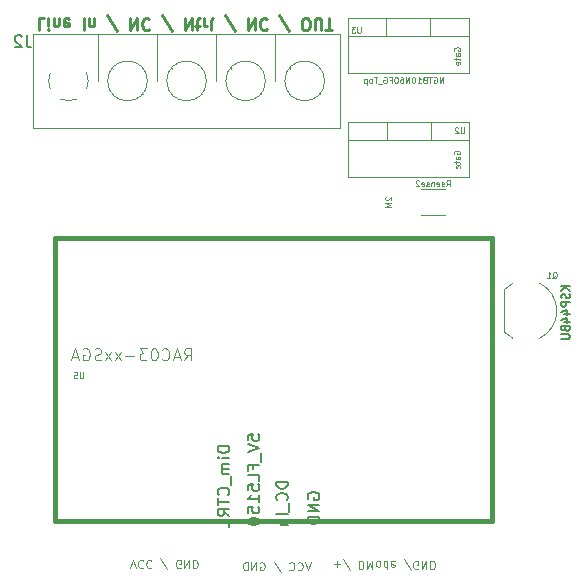
<source format=gbr>
G04 #@! TF.GenerationSoftware,KiCad,Pcbnew,(5.1.2)-2*
G04 #@! TF.CreationDate,2019-09-14T17:44:16+02:00*
G04 #@! TF.ProjectId,Inwall_Bot,496e7761-6c6c-45f4-926f-742e6b696361,rev?*
G04 #@! TF.SameCoordinates,Original*
G04 #@! TF.FileFunction,Legend,Bot*
G04 #@! TF.FilePolarity,Positive*
%FSLAX46Y46*%
G04 Gerber Fmt 4.6, Leading zero omitted, Abs format (unit mm)*
G04 Created by KiCad (PCBNEW (5.1.2)-2) date 2019-09-14 17:44:16*
%MOMM*%
%LPD*%
G04 APERTURE LIST*
%ADD10C,0.100000*%
%ADD11C,0.250000*%
%ADD12C,0.120000*%
%ADD13C,0.400000*%
%ADD14C,0.150000*%
%ADD15C,0.125000*%
G04 APERTURE END LIST*
D10*
X-66683333Y-72470000D02*
X-66150000Y-72470000D01*
X-66416666Y-72203333D02*
X-66416666Y-72736666D01*
X-65316666Y-72936666D02*
X-65916666Y-72036666D01*
X-64550000Y-72203333D02*
X-64550000Y-72903333D01*
X-64383333Y-72903333D01*
X-64283333Y-72870000D01*
X-64216666Y-72803333D01*
X-64183333Y-72736666D01*
X-64150000Y-72603333D01*
X-64150000Y-72503333D01*
X-64183333Y-72370000D01*
X-64216666Y-72303333D01*
X-64283333Y-72236666D01*
X-64383333Y-72203333D01*
X-64550000Y-72203333D01*
X-63850000Y-72203333D02*
X-63850000Y-72903333D01*
X-63616666Y-72403333D01*
X-63383333Y-72903333D01*
X-63383333Y-72203333D01*
X-62950000Y-72203333D02*
X-63016666Y-72236666D01*
X-63050000Y-72270000D01*
X-63083333Y-72336666D01*
X-63083333Y-72536666D01*
X-63050000Y-72603333D01*
X-63016666Y-72636666D01*
X-62950000Y-72670000D01*
X-62850000Y-72670000D01*
X-62783333Y-72636666D01*
X-62750000Y-72603333D01*
X-62716666Y-72536666D01*
X-62716666Y-72336666D01*
X-62750000Y-72270000D01*
X-62783333Y-72236666D01*
X-62850000Y-72203333D01*
X-62950000Y-72203333D01*
X-62116666Y-72203333D02*
X-62116666Y-72903333D01*
X-62116666Y-72236666D02*
X-62183333Y-72203333D01*
X-62316666Y-72203333D01*
X-62383333Y-72236666D01*
X-62416666Y-72270000D01*
X-62450000Y-72336666D01*
X-62450000Y-72536666D01*
X-62416666Y-72603333D01*
X-62383333Y-72636666D01*
X-62316666Y-72670000D01*
X-62183333Y-72670000D01*
X-62116666Y-72636666D01*
X-61516666Y-72236666D02*
X-61583333Y-72203333D01*
X-61716666Y-72203333D01*
X-61783333Y-72236666D01*
X-61816666Y-72303333D01*
X-61816666Y-72570000D01*
X-61783333Y-72636666D01*
X-61716666Y-72670000D01*
X-61583333Y-72670000D01*
X-61516666Y-72636666D01*
X-61483333Y-72570000D01*
X-61483333Y-72503333D01*
X-61816666Y-72436666D01*
X-60150000Y-72936666D02*
X-60750000Y-72036666D01*
X-59550000Y-72870000D02*
X-59616666Y-72903333D01*
X-59716666Y-72903333D01*
X-59816666Y-72870000D01*
X-59883333Y-72803333D01*
X-59916666Y-72736666D01*
X-59950000Y-72603333D01*
X-59950000Y-72503333D01*
X-59916666Y-72370000D01*
X-59883333Y-72303333D01*
X-59816666Y-72236666D01*
X-59716666Y-72203333D01*
X-59650000Y-72203333D01*
X-59550000Y-72236666D01*
X-59516666Y-72270000D01*
X-59516666Y-72503333D01*
X-59650000Y-72503333D01*
X-59216666Y-72203333D02*
X-59216666Y-72903333D01*
X-58816666Y-72203333D01*
X-58816666Y-72903333D01*
X-58483333Y-72203333D02*
X-58483333Y-72903333D01*
X-58316666Y-72903333D01*
X-58216666Y-72870000D01*
X-58150000Y-72803333D01*
X-58116666Y-72736666D01*
X-58083333Y-72603333D01*
X-58083333Y-72503333D01*
X-58116666Y-72370000D01*
X-58150000Y-72303333D01*
X-58216666Y-72236666D01*
X-58316666Y-72203333D01*
X-58483333Y-72203333D01*
X-83900000Y-72813333D02*
X-83666666Y-72113333D01*
X-83433333Y-72813333D01*
X-82800000Y-72180000D02*
X-82833333Y-72146666D01*
X-82933333Y-72113333D01*
X-83000000Y-72113333D01*
X-83100000Y-72146666D01*
X-83166666Y-72213333D01*
X-83200000Y-72280000D01*
X-83233333Y-72413333D01*
X-83233333Y-72513333D01*
X-83200000Y-72646666D01*
X-83166666Y-72713333D01*
X-83100000Y-72780000D01*
X-83000000Y-72813333D01*
X-82933333Y-72813333D01*
X-82833333Y-72780000D01*
X-82800000Y-72746666D01*
X-82100000Y-72180000D02*
X-82133333Y-72146666D01*
X-82233333Y-72113333D01*
X-82300000Y-72113333D01*
X-82400000Y-72146666D01*
X-82466666Y-72213333D01*
X-82500000Y-72280000D01*
X-82533333Y-72413333D01*
X-82533333Y-72513333D01*
X-82500000Y-72646666D01*
X-82466666Y-72713333D01*
X-82400000Y-72780000D01*
X-82300000Y-72813333D01*
X-82233333Y-72813333D01*
X-82133333Y-72780000D01*
X-82100000Y-72746666D01*
X-80766666Y-72846666D02*
X-81366666Y-71946666D01*
X-79633333Y-72780000D02*
X-79700000Y-72813333D01*
X-79800000Y-72813333D01*
X-79900000Y-72780000D01*
X-79966666Y-72713333D01*
X-80000000Y-72646666D01*
X-80033333Y-72513333D01*
X-80033333Y-72413333D01*
X-80000000Y-72280000D01*
X-79966666Y-72213333D01*
X-79900000Y-72146666D01*
X-79800000Y-72113333D01*
X-79733333Y-72113333D01*
X-79633333Y-72146666D01*
X-79600000Y-72180000D01*
X-79600000Y-72413333D01*
X-79733333Y-72413333D01*
X-79300000Y-72113333D02*
X-79300000Y-72813333D01*
X-78900000Y-72113333D01*
X-78900000Y-72813333D01*
X-78566666Y-72113333D02*
X-78566666Y-72813333D01*
X-78400000Y-72813333D01*
X-78300000Y-72780000D01*
X-78233333Y-72713333D01*
X-78200000Y-72646666D01*
X-78166666Y-72513333D01*
X-78166666Y-72413333D01*
X-78200000Y-72280000D01*
X-78233333Y-72213333D01*
X-78300000Y-72146666D01*
X-78400000Y-72113333D01*
X-78566666Y-72113333D01*
X-68630000Y-72296666D02*
X-68863333Y-72996666D01*
X-69096666Y-72296666D01*
X-69730000Y-72930000D02*
X-69696666Y-72963333D01*
X-69596666Y-72996666D01*
X-69530000Y-72996666D01*
X-69430000Y-72963333D01*
X-69363333Y-72896666D01*
X-69330000Y-72830000D01*
X-69296666Y-72696666D01*
X-69296666Y-72596666D01*
X-69330000Y-72463333D01*
X-69363333Y-72396666D01*
X-69430000Y-72330000D01*
X-69530000Y-72296666D01*
X-69596666Y-72296666D01*
X-69696666Y-72330000D01*
X-69730000Y-72363333D01*
X-70430000Y-72930000D02*
X-70396666Y-72963333D01*
X-70296666Y-72996666D01*
X-70230000Y-72996666D01*
X-70130000Y-72963333D01*
X-70063333Y-72896666D01*
X-70030000Y-72830000D01*
X-69996666Y-72696666D01*
X-69996666Y-72596666D01*
X-70030000Y-72463333D01*
X-70063333Y-72396666D01*
X-70130000Y-72330000D01*
X-70230000Y-72296666D01*
X-70296666Y-72296666D01*
X-70396666Y-72330000D01*
X-70430000Y-72363333D01*
X-71763333Y-72263333D02*
X-71163333Y-73163333D01*
X-72896666Y-72330000D02*
X-72830000Y-72296666D01*
X-72730000Y-72296666D01*
X-72630000Y-72330000D01*
X-72563333Y-72396666D01*
X-72530000Y-72463333D01*
X-72496666Y-72596666D01*
X-72496666Y-72696666D01*
X-72530000Y-72830000D01*
X-72563333Y-72896666D01*
X-72630000Y-72963333D01*
X-72730000Y-72996666D01*
X-72796666Y-72996666D01*
X-72896666Y-72963333D01*
X-72930000Y-72930000D01*
X-72930000Y-72696666D01*
X-72796666Y-72696666D01*
X-73230000Y-72996666D02*
X-73230000Y-72296666D01*
X-73630000Y-72996666D01*
X-73630000Y-72296666D01*
X-73963333Y-72996666D02*
X-73963333Y-72296666D01*
X-74130000Y-72296666D01*
X-74230000Y-72330000D01*
X-74296666Y-72396666D01*
X-74330000Y-72463333D01*
X-74363333Y-72596666D01*
X-74363333Y-72696666D01*
X-74330000Y-72830000D01*
X-74296666Y-72896666D01*
X-74230000Y-72963333D01*
X-74130000Y-72996666D01*
X-73963333Y-72996666D01*
D11*
X-91180952Y-26247619D02*
X-91657142Y-26247619D01*
X-91657142Y-27247619D01*
X-90847619Y-26247619D02*
X-90847619Y-26914285D01*
X-90847619Y-27247619D02*
X-90895238Y-27200000D01*
X-90847619Y-27152380D01*
X-90800000Y-27200000D01*
X-90847619Y-27247619D01*
X-90847619Y-27152380D01*
X-90371428Y-26914285D02*
X-90371428Y-26247619D01*
X-90371428Y-26819047D02*
X-90323809Y-26866666D01*
X-90228571Y-26914285D01*
X-90085714Y-26914285D01*
X-89990476Y-26866666D01*
X-89942857Y-26771428D01*
X-89942857Y-26247619D01*
X-89085714Y-26295238D02*
X-89180952Y-26247619D01*
X-89371428Y-26247619D01*
X-89466666Y-26295238D01*
X-89514285Y-26390476D01*
X-89514285Y-26771428D01*
X-89466666Y-26866666D01*
X-89371428Y-26914285D01*
X-89180952Y-26914285D01*
X-89085714Y-26866666D01*
X-89038095Y-26771428D01*
X-89038095Y-26676190D01*
X-89514285Y-26580952D01*
X-87847619Y-26247619D02*
X-87847619Y-27247619D01*
X-87371428Y-26914285D02*
X-87371428Y-26247619D01*
X-87371428Y-26819047D02*
X-87323809Y-26866666D01*
X-87228571Y-26914285D01*
X-87085714Y-26914285D01*
X-86990476Y-26866666D01*
X-86942857Y-26771428D01*
X-86942857Y-26247619D01*
X-84990476Y-27295238D02*
X-85847619Y-26009523D01*
X-83895238Y-26247619D02*
X-83895238Y-27247619D01*
X-83323809Y-26247619D01*
X-83323809Y-27247619D01*
X-82276190Y-26342857D02*
X-82323809Y-26295238D01*
X-82466666Y-26247619D01*
X-82561904Y-26247619D01*
X-82704761Y-26295238D01*
X-82800000Y-26390476D01*
X-82847619Y-26485714D01*
X-82895238Y-26676190D01*
X-82895238Y-26819047D01*
X-82847619Y-27009523D01*
X-82800000Y-27104761D01*
X-82704761Y-27200000D01*
X-82561904Y-27247619D01*
X-82466666Y-27247619D01*
X-82323809Y-27200000D01*
X-82276190Y-27152380D01*
X-80371428Y-27295238D02*
X-81228571Y-26009523D01*
X-79276190Y-26247619D02*
X-79276190Y-27247619D01*
X-78704761Y-26247619D01*
X-78704761Y-27247619D01*
X-78371428Y-26914285D02*
X-77990476Y-26914285D01*
X-78228571Y-27247619D02*
X-78228571Y-26390476D01*
X-78180952Y-26295238D01*
X-78085714Y-26247619D01*
X-77990476Y-26247619D01*
X-77657142Y-26247619D02*
X-77657142Y-26914285D01*
X-77657142Y-26723809D02*
X-77609523Y-26819047D01*
X-77561904Y-26866666D01*
X-77466666Y-26914285D01*
X-77371428Y-26914285D01*
X-76895238Y-26247619D02*
X-76990476Y-26295238D01*
X-77038095Y-26390476D01*
X-77038095Y-27247619D01*
X-75038095Y-27295238D02*
X-75895238Y-26009523D01*
X-73942857Y-26247619D02*
X-73942857Y-27247619D01*
X-73371428Y-26247619D01*
X-73371428Y-27247619D01*
X-72323809Y-26342857D02*
X-72371428Y-26295238D01*
X-72514285Y-26247619D01*
X-72609523Y-26247619D01*
X-72752380Y-26295238D01*
X-72847619Y-26390476D01*
X-72895238Y-26485714D01*
X-72942857Y-26676190D01*
X-72942857Y-26819047D01*
X-72895238Y-27009523D01*
X-72847619Y-27104761D01*
X-72752380Y-27200000D01*
X-72609523Y-27247619D01*
X-72514285Y-27247619D01*
X-72371428Y-27200000D01*
X-72323809Y-27152380D01*
X-70419047Y-27295238D02*
X-71276190Y-26009523D01*
X-69133333Y-27247619D02*
X-68942857Y-27247619D01*
X-68847619Y-27200000D01*
X-68752380Y-27104761D01*
X-68704761Y-26914285D01*
X-68704761Y-26580952D01*
X-68752380Y-26390476D01*
X-68847619Y-26295238D01*
X-68942857Y-26247619D01*
X-69133333Y-26247619D01*
X-69228571Y-26295238D01*
X-69323809Y-26390476D01*
X-69371428Y-26580952D01*
X-69371428Y-26914285D01*
X-69323809Y-27104761D01*
X-69228571Y-27200000D01*
X-69133333Y-27247619D01*
X-68276190Y-27247619D02*
X-68276190Y-26438095D01*
X-68228571Y-26342857D01*
X-68180952Y-26295238D01*
X-68085714Y-26247619D01*
X-67895238Y-26247619D01*
X-67800000Y-26295238D01*
X-67752380Y-26342857D01*
X-67704761Y-26438095D01*
X-67704761Y-27247619D01*
X-67371428Y-27247619D02*
X-66800000Y-27247619D01*
X-67085714Y-26247619D02*
X-67085714Y-27247619D01*
D10*
X-56440000Y-28987619D02*
X-56463809Y-28940000D01*
X-56463809Y-28868571D01*
X-56440000Y-28797142D01*
X-56392380Y-28749523D01*
X-56344761Y-28725714D01*
X-56249523Y-28701904D01*
X-56178095Y-28701904D01*
X-56082857Y-28725714D01*
X-56035238Y-28749523D01*
X-55987619Y-28797142D01*
X-55963809Y-28868571D01*
X-55963809Y-28916190D01*
X-55987619Y-28987619D01*
X-56011428Y-29011428D01*
X-56178095Y-29011428D01*
X-56178095Y-28916190D01*
X-55963809Y-29440000D02*
X-56225714Y-29440000D01*
X-56273333Y-29416190D01*
X-56297142Y-29368571D01*
X-56297142Y-29273333D01*
X-56273333Y-29225714D01*
X-55987619Y-29440000D02*
X-55963809Y-29392380D01*
X-55963809Y-29273333D01*
X-55987619Y-29225714D01*
X-56035238Y-29201904D01*
X-56082857Y-29201904D01*
X-56130476Y-29225714D01*
X-56154285Y-29273333D01*
X-56154285Y-29392380D01*
X-56178095Y-29440000D01*
X-56297142Y-29606666D02*
X-56297142Y-29797142D01*
X-56463809Y-29678095D02*
X-56035238Y-29678095D01*
X-55987619Y-29701904D01*
X-55963809Y-29749523D01*
X-55963809Y-29797142D01*
X-55987619Y-30154285D02*
X-55963809Y-30106666D01*
X-55963809Y-30011428D01*
X-55987619Y-29963809D01*
X-56035238Y-29940000D01*
X-56225714Y-29940000D01*
X-56273333Y-29963809D01*
X-56297142Y-30011428D01*
X-56297142Y-30106666D01*
X-56273333Y-30154285D01*
X-56225714Y-30178095D01*
X-56178095Y-30178095D01*
X-56130476Y-29940000D01*
X-56450000Y-37747619D02*
X-56473809Y-37700000D01*
X-56473809Y-37628571D01*
X-56450000Y-37557142D01*
X-56402380Y-37509523D01*
X-56354761Y-37485714D01*
X-56259523Y-37461904D01*
X-56188095Y-37461904D01*
X-56092857Y-37485714D01*
X-56045238Y-37509523D01*
X-55997619Y-37557142D01*
X-55973809Y-37628571D01*
X-55973809Y-37676190D01*
X-55997619Y-37747619D01*
X-56021428Y-37771428D01*
X-56188095Y-37771428D01*
X-56188095Y-37676190D01*
X-55973809Y-38200000D02*
X-56235714Y-38200000D01*
X-56283333Y-38176190D01*
X-56307142Y-38128571D01*
X-56307142Y-38033333D01*
X-56283333Y-37985714D01*
X-55997619Y-38200000D02*
X-55973809Y-38152380D01*
X-55973809Y-38033333D01*
X-55997619Y-37985714D01*
X-56045238Y-37961904D01*
X-56092857Y-37961904D01*
X-56140476Y-37985714D01*
X-56164285Y-38033333D01*
X-56164285Y-38152380D01*
X-56188095Y-38200000D01*
X-56307142Y-38366666D02*
X-56307142Y-38557142D01*
X-56473809Y-38438095D02*
X-56045238Y-38438095D01*
X-55997619Y-38461904D01*
X-55973809Y-38509523D01*
X-55973809Y-38557142D01*
X-55997619Y-38914285D02*
X-55973809Y-38866666D01*
X-55973809Y-38771428D01*
X-55997619Y-38723809D01*
X-56045238Y-38700000D01*
X-56235714Y-38700000D01*
X-56283333Y-38723809D01*
X-56307142Y-38771428D01*
X-56307142Y-38866666D01*
X-56283333Y-38914285D01*
X-56235714Y-38938095D01*
X-56188095Y-38938095D01*
X-56140476Y-38700000D01*
D12*
X-66125000Y-27550000D02*
X-66125000Y-31550000D01*
X-71625000Y-31550000D02*
X-71625000Y-27550000D01*
X-76625000Y-31550000D02*
X-76625000Y-27550000D01*
X-81625000Y-31550000D02*
X-81625000Y-27550000D01*
X-86625000Y-31550000D02*
X-86625000Y-27550000D01*
X-66125000Y-27550000D02*
X-92125000Y-27550000D01*
X-66125000Y-35550000D02*
X-66125000Y-27550000D01*
X-92125000Y-35550000D02*
X-66125000Y-35550000D01*
X-66125000Y-31550000D02*
X-66125000Y-35550000D01*
X-66125000Y-27550000D02*
X-66125000Y-31550000D01*
X-92125000Y-27550000D02*
X-92125000Y-31550000D01*
X-92125000Y-31550000D02*
X-92125000Y-35550000D01*
X-70352000Y-30527000D02*
X-70399000Y-30481000D01*
X-68055000Y-32825000D02*
X-68090000Y-32789000D01*
X-67850000Y-32619000D02*
X-67897000Y-32573000D01*
X-75352000Y-30527000D02*
X-75399000Y-30481000D01*
X-73055000Y-32825000D02*
X-73090000Y-32789000D01*
X-72850000Y-32619000D02*
X-72897000Y-32573000D01*
X-80352000Y-30527000D02*
X-80399000Y-30481000D01*
X-78055000Y-32825000D02*
X-78090000Y-32789000D01*
X-77850000Y-32619000D02*
X-77897000Y-32573000D01*
X-85352000Y-30527000D02*
X-85399000Y-30481000D01*
X-83055000Y-32825000D02*
X-83090000Y-32789000D01*
X-82850000Y-32619000D02*
X-82897000Y-32573000D01*
X-67445000Y-31550000D02*
G75*
G03X-67445000Y-31550000I-1680000J0D01*
G01*
X-72445000Y-31550000D02*
G75*
G03X-72445000Y-31550000I-1680000J0D01*
G01*
X-77445000Y-31550000D02*
G75*
G03X-77445000Y-31550000I-1680000J0D01*
G01*
X-82445000Y-31550000D02*
G75*
G03X-82445000Y-31550000I-1680000J0D01*
G01*
X-90660426Y-30866958D02*
G75*
G03X-90660000Y-32234000I1535426J-683042D01*
G01*
X-89808042Y-33085426D02*
G75*
G03X-88441000Y-33085000I683042J1535426D01*
G01*
X-87589574Y-32233042D02*
G75*
G03X-87590000Y-30866000I-1535426J683042D01*
G01*
D13*
X-53225000Y-68850000D02*
X-90225000Y-68850000D01*
X-53225000Y-44850000D02*
X-53225000Y-68850000D01*
X-90225000Y-44850000D02*
X-53225000Y-44850000D01*
X-90225000Y-68850000D02*
X-90225000Y-44850000D01*
D12*
X-62166000Y-35030000D02*
X-62166000Y-36540000D01*
X-58465000Y-35030000D02*
X-58465000Y-36540000D01*
X-55195000Y-36540000D02*
X-65435000Y-36540000D01*
X-65435000Y-35030000D02*
X-65435000Y-39671000D01*
X-55195000Y-35030000D02*
X-55195000Y-39671000D01*
X-55195000Y-39671000D02*
X-65435000Y-39671000D01*
X-55195000Y-35030000D02*
X-65435000Y-35030000D01*
X-57275000Y-40730000D02*
X-59275000Y-40730000D01*
X-59275000Y-42870000D02*
X-57275000Y-42870000D01*
X-55245000Y-26230000D02*
X-65485000Y-26230000D01*
X-55245000Y-30871000D02*
X-65485000Y-30871000D01*
X-55245000Y-26230000D02*
X-55245000Y-30871000D01*
X-65485000Y-26230000D02*
X-65485000Y-30871000D01*
X-55245000Y-27740000D02*
X-65485000Y-27740000D01*
X-58515000Y-26230000D02*
X-58515000Y-27740000D01*
X-62216000Y-26230000D02*
X-62216000Y-27740000D01*
X-52225000Y-52810000D02*
X-52225000Y-49210000D01*
X-51497795Y-53334184D02*
G75*
G02X-52225000Y-52810000I1122795J2324184D01*
G01*
X-49276193Y-53366400D02*
G75*
G03X-47775000Y-51010000I-1098807J2356400D01*
G01*
X-49276193Y-48653600D02*
G75*
G02X-47775000Y-51010000I-1098807J-2356400D01*
G01*
X-51497795Y-48685816D02*
G75*
G03X-52225000Y-49210000I1122795J-2324184D01*
G01*
D14*
X-92666666Y-27702380D02*
X-92666666Y-28416666D01*
X-92619047Y-28559523D01*
X-92523809Y-28654761D01*
X-92380952Y-28702380D01*
X-92285714Y-28702380D01*
X-93095238Y-27797619D02*
X-93142857Y-27750000D01*
X-93238095Y-27702380D01*
X-93476190Y-27702380D01*
X-93571428Y-27750000D01*
X-93619047Y-27797619D01*
X-93666666Y-27892857D01*
X-93666666Y-27988095D01*
X-93619047Y-28130952D01*
X-93047619Y-28702380D01*
X-93666666Y-28702380D01*
X-70539619Y-65491666D02*
X-71539619Y-65491666D01*
X-71539619Y-65729761D01*
X-71492000Y-65872619D01*
X-71396761Y-65967857D01*
X-71301523Y-66015476D01*
X-71111047Y-66063095D01*
X-70968190Y-66063095D01*
X-70777714Y-66015476D01*
X-70682476Y-65967857D01*
X-70587238Y-65872619D01*
X-70539619Y-65729761D01*
X-70539619Y-65491666D01*
X-70634857Y-67063095D02*
X-70587238Y-67015476D01*
X-70539619Y-66872619D01*
X-70539619Y-66777380D01*
X-70587238Y-66634523D01*
X-70682476Y-66539285D01*
X-70777714Y-66491666D01*
X-70968190Y-66444047D01*
X-71111047Y-66444047D01*
X-71301523Y-66491666D01*
X-71396761Y-66539285D01*
X-71492000Y-66634523D01*
X-71539619Y-66777380D01*
X-71539619Y-66872619D01*
X-71492000Y-67015476D01*
X-71444380Y-67063095D01*
X-70444380Y-67253571D02*
X-70444380Y-68015476D01*
X-70539619Y-68253571D02*
X-71539619Y-68253571D01*
X-71206285Y-68729761D02*
X-70539619Y-68729761D01*
X-71111047Y-68729761D02*
X-71158666Y-68777380D01*
X-71206285Y-68872619D01*
X-71206285Y-69015476D01*
X-71158666Y-69110714D01*
X-71063428Y-69158333D01*
X-70539619Y-69158333D01*
X-75492619Y-62467666D02*
X-76492619Y-62467666D01*
X-76492619Y-62705761D01*
X-76445000Y-62848619D01*
X-76349761Y-62943857D01*
X-76254523Y-62991476D01*
X-76064047Y-63039095D01*
X-75921190Y-63039095D01*
X-75730714Y-62991476D01*
X-75635476Y-62943857D01*
X-75540238Y-62848619D01*
X-75492619Y-62705761D01*
X-75492619Y-62467666D01*
X-75492619Y-63467666D02*
X-76159285Y-63467666D01*
X-76492619Y-63467666D02*
X-76445000Y-63420047D01*
X-76397380Y-63467666D01*
X-76445000Y-63515285D01*
X-76492619Y-63467666D01*
X-76397380Y-63467666D01*
X-75492619Y-63943857D02*
X-76159285Y-63943857D01*
X-76064047Y-63943857D02*
X-76111666Y-63991476D01*
X-76159285Y-64086714D01*
X-76159285Y-64229571D01*
X-76111666Y-64324809D01*
X-76016428Y-64372428D01*
X-75492619Y-64372428D01*
X-76016428Y-64372428D02*
X-76111666Y-64420047D01*
X-76159285Y-64515285D01*
X-76159285Y-64658142D01*
X-76111666Y-64753380D01*
X-76016428Y-64801000D01*
X-75492619Y-64801000D01*
X-75397380Y-65039095D02*
X-75397380Y-65801000D01*
X-75587857Y-66610523D02*
X-75540238Y-66562904D01*
X-75492619Y-66420047D01*
X-75492619Y-66324809D01*
X-75540238Y-66181952D01*
X-75635476Y-66086714D01*
X-75730714Y-66039095D01*
X-75921190Y-65991476D01*
X-76064047Y-65991476D01*
X-76254523Y-66039095D01*
X-76349761Y-66086714D01*
X-76445000Y-66181952D01*
X-76492619Y-66324809D01*
X-76492619Y-66420047D01*
X-76445000Y-66562904D01*
X-76397380Y-66610523D01*
X-76492619Y-66896238D02*
X-76492619Y-67467666D01*
X-75492619Y-67181952D02*
X-76492619Y-67181952D01*
X-75492619Y-68372428D02*
X-75968809Y-68039095D01*
X-75492619Y-67801000D02*
X-76492619Y-67801000D01*
X-76492619Y-68181952D01*
X-76445000Y-68277190D01*
X-76397380Y-68324809D01*
X-76302142Y-68372428D01*
X-76159285Y-68372428D01*
X-76064047Y-68324809D01*
X-76016428Y-68277190D01*
X-75968809Y-68181952D01*
X-75968809Y-67801000D01*
X-75492619Y-69277190D02*
X-75492619Y-68801000D01*
X-76492619Y-68801000D01*
X-73952619Y-61983476D02*
X-73952619Y-61507285D01*
X-73476428Y-61459666D01*
X-73524047Y-61507285D01*
X-73571666Y-61602523D01*
X-73571666Y-61840619D01*
X-73524047Y-61935857D01*
X-73476428Y-61983476D01*
X-73381190Y-62031095D01*
X-73143095Y-62031095D01*
X-73047857Y-61983476D01*
X-73000238Y-61935857D01*
X-72952619Y-61840619D01*
X-72952619Y-61602523D01*
X-73000238Y-61507285D01*
X-73047857Y-61459666D01*
X-73952619Y-62316809D02*
X-72952619Y-62650142D01*
X-73952619Y-62983476D01*
X-72857380Y-63078714D02*
X-72857380Y-63840619D01*
X-73476428Y-64412047D02*
X-73476428Y-64078714D01*
X-72952619Y-64078714D02*
X-73952619Y-64078714D01*
X-73952619Y-64554904D01*
X-72952619Y-65412047D02*
X-72952619Y-64935857D01*
X-73952619Y-64935857D01*
X-73952619Y-66221571D02*
X-73952619Y-65745380D01*
X-73476428Y-65697761D01*
X-73524047Y-65745380D01*
X-73571666Y-65840619D01*
X-73571666Y-66078714D01*
X-73524047Y-66173952D01*
X-73476428Y-66221571D01*
X-73381190Y-66269190D01*
X-73143095Y-66269190D01*
X-73047857Y-66221571D01*
X-73000238Y-66173952D01*
X-72952619Y-66078714D01*
X-72952619Y-65840619D01*
X-73000238Y-65745380D01*
X-73047857Y-65697761D01*
X-72952619Y-67221571D02*
X-72952619Y-66650142D01*
X-72952619Y-66935857D02*
X-73952619Y-66935857D01*
X-73809761Y-66840619D01*
X-73714523Y-66745380D01*
X-73666904Y-66650142D01*
X-73952619Y-68126333D02*
X-73952619Y-67650142D01*
X-73476428Y-67602523D01*
X-73524047Y-67650142D01*
X-73571666Y-67745380D01*
X-73571666Y-67983476D01*
X-73524047Y-68078714D01*
X-73476428Y-68126333D01*
X-73381190Y-68173952D01*
X-73143095Y-68173952D01*
X-73047857Y-68126333D01*
X-73000238Y-68078714D01*
X-72952619Y-67983476D01*
X-72952619Y-67745380D01*
X-73000238Y-67650142D01*
X-73047857Y-67602523D01*
X-73952619Y-68793000D02*
X-73952619Y-68888238D01*
X-73905000Y-68983476D01*
X-73857380Y-69031095D01*
X-73762142Y-69078714D01*
X-73571666Y-69126333D01*
X-73333571Y-69126333D01*
X-73143095Y-69078714D01*
X-73047857Y-69031095D01*
X-73000238Y-68983476D01*
X-72952619Y-68888238D01*
X-72952619Y-68793000D01*
X-73000238Y-68697761D01*
X-73047857Y-68650142D01*
X-73143095Y-68602523D01*
X-73333571Y-68554904D01*
X-73571666Y-68554904D01*
X-73762142Y-68602523D01*
X-73857380Y-68650142D01*
X-73905000Y-68697761D01*
X-73952619Y-68793000D01*
X-68825000Y-66944095D02*
X-68872619Y-66848857D01*
X-68872619Y-66706000D01*
X-68825000Y-66563142D01*
X-68729761Y-66467904D01*
X-68634523Y-66420285D01*
X-68444047Y-66372666D01*
X-68301190Y-66372666D01*
X-68110714Y-66420285D01*
X-68015476Y-66467904D01*
X-67920238Y-66563142D01*
X-67872619Y-66706000D01*
X-67872619Y-66801238D01*
X-67920238Y-66944095D01*
X-67967857Y-66991714D01*
X-68301190Y-66991714D01*
X-68301190Y-66801238D01*
X-67872619Y-67420285D02*
X-68872619Y-67420285D01*
X-67872619Y-67991714D01*
X-68872619Y-67991714D01*
X-67872619Y-68467904D02*
X-68872619Y-68467904D01*
X-68872619Y-68706000D01*
X-68825000Y-68848857D01*
X-68729761Y-68944095D01*
X-68634523Y-68991714D01*
X-68444047Y-69039333D01*
X-68301190Y-69039333D01*
X-68110714Y-68991714D01*
X-68015476Y-68944095D01*
X-67920238Y-68848857D01*
X-67872619Y-68706000D01*
X-67872619Y-68467904D01*
D10*
X-87869047Y-56226190D02*
X-87869047Y-56630952D01*
X-87892857Y-56678571D01*
X-87916666Y-56702380D01*
X-87964285Y-56726190D01*
X-88059523Y-56726190D01*
X-88107142Y-56702380D01*
X-88130952Y-56678571D01*
X-88154761Y-56630952D01*
X-88154761Y-56226190D01*
X-88630952Y-56226190D02*
X-88392857Y-56226190D01*
X-88369047Y-56464285D01*
X-88392857Y-56440476D01*
X-88440476Y-56416666D01*
X-88559523Y-56416666D01*
X-88607142Y-56440476D01*
X-88630952Y-56464285D01*
X-88654761Y-56511904D01*
X-88654761Y-56630952D01*
X-88630952Y-56678571D01*
X-88607142Y-56702380D01*
X-88559523Y-56726190D01*
X-88440476Y-56726190D01*
X-88392857Y-56702380D01*
X-88369047Y-56678571D01*
X-79345238Y-55202380D02*
X-79011904Y-54726190D01*
X-78773809Y-55202380D02*
X-78773809Y-54202380D01*
X-79154761Y-54202380D01*
X-79250000Y-54250000D01*
X-79297619Y-54297619D01*
X-79345238Y-54392857D01*
X-79345238Y-54535714D01*
X-79297619Y-54630952D01*
X-79250000Y-54678571D01*
X-79154761Y-54726190D01*
X-78773809Y-54726190D01*
X-79726190Y-54916666D02*
X-80202380Y-54916666D01*
X-79630952Y-55202380D02*
X-79964285Y-54202380D01*
X-80297619Y-55202380D01*
X-81202380Y-55107142D02*
X-81154761Y-55154761D01*
X-81011904Y-55202380D01*
X-80916666Y-55202380D01*
X-80773809Y-55154761D01*
X-80678571Y-55059523D01*
X-80630952Y-54964285D01*
X-80583333Y-54773809D01*
X-80583333Y-54630952D01*
X-80630952Y-54440476D01*
X-80678571Y-54345238D01*
X-80773809Y-54250000D01*
X-80916666Y-54202380D01*
X-81011904Y-54202380D01*
X-81154761Y-54250000D01*
X-81202380Y-54297619D01*
X-81821428Y-54202380D02*
X-81916666Y-54202380D01*
X-82011904Y-54250000D01*
X-82059523Y-54297619D01*
X-82107142Y-54392857D01*
X-82154761Y-54583333D01*
X-82154761Y-54821428D01*
X-82107142Y-55011904D01*
X-82059523Y-55107142D01*
X-82011904Y-55154761D01*
X-81916666Y-55202380D01*
X-81821428Y-55202380D01*
X-81726190Y-55154761D01*
X-81678571Y-55107142D01*
X-81630952Y-55011904D01*
X-81583333Y-54821428D01*
X-81583333Y-54583333D01*
X-81630952Y-54392857D01*
X-81678571Y-54297619D01*
X-81726190Y-54250000D01*
X-81821428Y-54202380D01*
X-82488095Y-54202380D02*
X-83107142Y-54202380D01*
X-82773809Y-54583333D01*
X-82916666Y-54583333D01*
X-83011904Y-54630952D01*
X-83059523Y-54678571D01*
X-83107142Y-54773809D01*
X-83107142Y-55011904D01*
X-83059523Y-55107142D01*
X-83011904Y-55154761D01*
X-82916666Y-55202380D01*
X-82630952Y-55202380D01*
X-82535714Y-55154761D01*
X-82488095Y-55107142D01*
X-83535714Y-54821428D02*
X-84297619Y-54821428D01*
X-84678571Y-55202380D02*
X-85202380Y-54535714D01*
X-84678571Y-54535714D02*
X-85202380Y-55202380D01*
X-85488095Y-55202380D02*
X-86011904Y-54535714D01*
X-85488095Y-54535714D02*
X-86011904Y-55202380D01*
X-86345238Y-55154761D02*
X-86488095Y-55202380D01*
X-86726190Y-55202380D01*
X-86821428Y-55154761D01*
X-86869047Y-55107142D01*
X-86916666Y-55011904D01*
X-86916666Y-54916666D01*
X-86869047Y-54821428D01*
X-86821428Y-54773809D01*
X-86726190Y-54726190D01*
X-86535714Y-54678571D01*
X-86440476Y-54630952D01*
X-86392857Y-54583333D01*
X-86345238Y-54488095D01*
X-86345238Y-54392857D01*
X-86392857Y-54297619D01*
X-86440476Y-54250000D01*
X-86535714Y-54202380D01*
X-86773809Y-54202380D01*
X-86916666Y-54250000D01*
X-87869047Y-54250000D02*
X-87773809Y-54202380D01*
X-87630952Y-54202380D01*
X-87488095Y-54250000D01*
X-87392857Y-54345238D01*
X-87345238Y-54440476D01*
X-87297619Y-54630952D01*
X-87297619Y-54773809D01*
X-87345238Y-54964285D01*
X-87392857Y-55059523D01*
X-87488095Y-55154761D01*
X-87630952Y-55202380D01*
X-87726190Y-55202380D01*
X-87869047Y-55154761D01*
X-87916666Y-55107142D01*
X-87916666Y-54773809D01*
X-87726190Y-54773809D01*
X-88297619Y-54916666D02*
X-88773809Y-54916666D01*
X-88202380Y-55202380D02*
X-88535714Y-54202380D01*
X-88869047Y-55202380D01*
X-55619047Y-35476190D02*
X-55619047Y-35880952D01*
X-55642857Y-35928571D01*
X-55666666Y-35952380D01*
X-55714285Y-35976190D01*
X-55809523Y-35976190D01*
X-55857142Y-35952380D01*
X-55880952Y-35928571D01*
X-55904761Y-35880952D01*
X-55904761Y-35476190D01*
X-56119047Y-35523809D02*
X-56142857Y-35500000D01*
X-56190476Y-35476190D01*
X-56309523Y-35476190D01*
X-56357142Y-35500000D01*
X-56380952Y-35523809D01*
X-56404761Y-35571428D01*
X-56404761Y-35619047D01*
X-56380952Y-35690476D01*
X-56095238Y-35976190D01*
X-56404761Y-35976190D01*
X-57404761Y-31726190D02*
X-57404761Y-31226190D01*
X-57690476Y-31726190D01*
X-57690476Y-31226190D01*
X-58190476Y-31250000D02*
X-58142857Y-31226190D01*
X-58071428Y-31226190D01*
X-58000000Y-31250000D01*
X-57952380Y-31297619D01*
X-57928571Y-31345238D01*
X-57904761Y-31440476D01*
X-57904761Y-31511904D01*
X-57928571Y-31607142D01*
X-57952380Y-31654761D01*
X-58000000Y-31702380D01*
X-58071428Y-31726190D01*
X-58119047Y-31726190D01*
X-58190476Y-31702380D01*
X-58214285Y-31678571D01*
X-58214285Y-31511904D01*
X-58119047Y-31511904D01*
X-58357142Y-31226190D02*
X-58642857Y-31226190D01*
X-58500000Y-31726190D02*
X-58500000Y-31226190D01*
X-58976190Y-31464285D02*
X-59047619Y-31488095D01*
X-59071428Y-31511904D01*
X-59095238Y-31559523D01*
X-59095238Y-31630952D01*
X-59071428Y-31678571D01*
X-59047619Y-31702380D01*
X-59000000Y-31726190D01*
X-58809523Y-31726190D01*
X-58809523Y-31226190D01*
X-58976190Y-31226190D01*
X-59023809Y-31250000D01*
X-59047619Y-31273809D01*
X-59071428Y-31321428D01*
X-59071428Y-31369047D01*
X-59047619Y-31416666D01*
X-59023809Y-31440476D01*
X-58976190Y-31464285D01*
X-58809523Y-31464285D01*
X-59571428Y-31726190D02*
X-59285714Y-31726190D01*
X-59428571Y-31726190D02*
X-59428571Y-31226190D01*
X-59380952Y-31297619D01*
X-59333333Y-31345238D01*
X-59285714Y-31369047D01*
X-59880952Y-31226190D02*
X-59928571Y-31226190D01*
X-59976190Y-31250000D01*
X-60000000Y-31273809D01*
X-60023809Y-31321428D01*
X-60047619Y-31416666D01*
X-60047619Y-31535714D01*
X-60023809Y-31630952D01*
X-60000000Y-31678571D01*
X-59976190Y-31702380D01*
X-59928571Y-31726190D01*
X-59880952Y-31726190D01*
X-59833333Y-31702380D01*
X-59809523Y-31678571D01*
X-59785714Y-31630952D01*
X-59761904Y-31535714D01*
X-59761904Y-31416666D01*
X-59785714Y-31321428D01*
X-59809523Y-31273809D01*
X-59833333Y-31250000D01*
X-59880952Y-31226190D01*
X-60261904Y-31726190D02*
X-60261904Y-31226190D01*
X-60547619Y-31726190D01*
X-60547619Y-31226190D01*
X-61000000Y-31226190D02*
X-60904761Y-31226190D01*
X-60857142Y-31250000D01*
X-60833333Y-31273809D01*
X-60785714Y-31345238D01*
X-60761904Y-31440476D01*
X-60761904Y-31630952D01*
X-60785714Y-31678571D01*
X-60809523Y-31702380D01*
X-60857142Y-31726190D01*
X-60952380Y-31726190D01*
X-61000000Y-31702380D01*
X-61023809Y-31678571D01*
X-61047619Y-31630952D01*
X-61047619Y-31511904D01*
X-61023809Y-31464285D01*
X-61000000Y-31440476D01*
X-60952380Y-31416666D01*
X-60857142Y-31416666D01*
X-60809523Y-31440476D01*
X-60785714Y-31464285D01*
X-60761904Y-31511904D01*
X-61357142Y-31226190D02*
X-61404761Y-31226190D01*
X-61452380Y-31250000D01*
X-61476190Y-31273809D01*
X-61500000Y-31321428D01*
X-61523809Y-31416666D01*
X-61523809Y-31535714D01*
X-61500000Y-31630952D01*
X-61476190Y-31678571D01*
X-61452380Y-31702380D01*
X-61404761Y-31726190D01*
X-61357142Y-31726190D01*
X-61309523Y-31702380D01*
X-61285714Y-31678571D01*
X-61261904Y-31630952D01*
X-61238095Y-31535714D01*
X-61238095Y-31416666D01*
X-61261904Y-31321428D01*
X-61285714Y-31273809D01*
X-61309523Y-31250000D01*
X-61357142Y-31226190D01*
X-61904761Y-31464285D02*
X-61738095Y-31464285D01*
X-61738095Y-31726190D02*
X-61738095Y-31226190D01*
X-61976190Y-31226190D01*
X-62428571Y-31250000D02*
X-62380952Y-31226190D01*
X-62309523Y-31226190D01*
X-62238095Y-31250000D01*
X-62190476Y-31297619D01*
X-62166666Y-31345238D01*
X-62142857Y-31440476D01*
X-62142857Y-31511904D01*
X-62166666Y-31607142D01*
X-62190476Y-31654761D01*
X-62238095Y-31702380D01*
X-62309523Y-31726190D01*
X-62357142Y-31726190D01*
X-62428571Y-31702380D01*
X-62452380Y-31678571D01*
X-62452380Y-31511904D01*
X-62357142Y-31511904D01*
X-62547619Y-31773809D02*
X-62928571Y-31773809D01*
X-62976190Y-31226190D02*
X-63261904Y-31226190D01*
X-63119047Y-31726190D02*
X-63119047Y-31226190D01*
X-63500000Y-31726190D02*
X-63452380Y-31702380D01*
X-63428571Y-31678571D01*
X-63404761Y-31630952D01*
X-63404761Y-31488095D01*
X-63428571Y-31440476D01*
X-63452380Y-31416666D01*
X-63500000Y-31392857D01*
X-63571428Y-31392857D01*
X-63619047Y-31416666D01*
X-63642857Y-31440476D01*
X-63666666Y-31488095D01*
X-63666666Y-31630952D01*
X-63642857Y-31678571D01*
X-63619047Y-31702380D01*
X-63571428Y-31726190D01*
X-63500000Y-31726190D01*
X-63880952Y-31392857D02*
X-63880952Y-31892857D01*
X-63880952Y-31416666D02*
X-63928571Y-31392857D01*
X-64023809Y-31392857D01*
X-64071428Y-31416666D01*
X-64095238Y-31440476D01*
X-64119047Y-31488095D01*
X-64119047Y-31630952D01*
X-64095238Y-31678571D01*
X-64071428Y-31702380D01*
X-64023809Y-31726190D01*
X-63928571Y-31726190D01*
X-63880952Y-31702380D01*
X-57132142Y-40476190D02*
X-56965476Y-40238095D01*
X-56846428Y-40476190D02*
X-56846428Y-39976190D01*
X-57036904Y-39976190D01*
X-57084523Y-40000000D01*
X-57108333Y-40023809D01*
X-57132142Y-40071428D01*
X-57132142Y-40142857D01*
X-57108333Y-40190476D01*
X-57084523Y-40214285D01*
X-57036904Y-40238095D01*
X-56846428Y-40238095D01*
X-57322619Y-40452380D02*
X-57370238Y-40476190D01*
X-57465476Y-40476190D01*
X-57513095Y-40452380D01*
X-57536904Y-40404761D01*
X-57536904Y-40380952D01*
X-57513095Y-40333333D01*
X-57465476Y-40309523D01*
X-57394047Y-40309523D01*
X-57346428Y-40285714D01*
X-57322619Y-40238095D01*
X-57322619Y-40214285D01*
X-57346428Y-40166666D01*
X-57394047Y-40142857D01*
X-57465476Y-40142857D01*
X-57513095Y-40166666D01*
X-57941666Y-40452380D02*
X-57894047Y-40476190D01*
X-57798809Y-40476190D01*
X-57751190Y-40452380D01*
X-57727380Y-40404761D01*
X-57727380Y-40214285D01*
X-57751190Y-40166666D01*
X-57798809Y-40142857D01*
X-57894047Y-40142857D01*
X-57941666Y-40166666D01*
X-57965476Y-40214285D01*
X-57965476Y-40261904D01*
X-57727380Y-40309523D01*
X-58179761Y-40142857D02*
X-58179761Y-40476190D01*
X-58179761Y-40190476D02*
X-58203571Y-40166666D01*
X-58251190Y-40142857D01*
X-58322619Y-40142857D01*
X-58370238Y-40166666D01*
X-58394047Y-40214285D01*
X-58394047Y-40476190D01*
X-58608333Y-40452380D02*
X-58655952Y-40476190D01*
X-58751190Y-40476190D01*
X-58798809Y-40452380D01*
X-58822619Y-40404761D01*
X-58822619Y-40380952D01*
X-58798809Y-40333333D01*
X-58751190Y-40309523D01*
X-58679761Y-40309523D01*
X-58632142Y-40285714D01*
X-58608333Y-40238095D01*
X-58608333Y-40214285D01*
X-58632142Y-40166666D01*
X-58679761Y-40142857D01*
X-58751190Y-40142857D01*
X-58798809Y-40166666D01*
X-59227380Y-40452380D02*
X-59179761Y-40476190D01*
X-59084523Y-40476190D01*
X-59036904Y-40452380D01*
X-59013095Y-40404761D01*
X-59013095Y-40214285D01*
X-59036904Y-40166666D01*
X-59084523Y-40142857D01*
X-59179761Y-40142857D01*
X-59227380Y-40166666D01*
X-59251190Y-40214285D01*
X-59251190Y-40261904D01*
X-59013095Y-40309523D01*
X-59441666Y-40023809D02*
X-59465476Y-40000000D01*
X-59513095Y-39976190D01*
X-59632142Y-39976190D01*
X-59679761Y-40000000D01*
X-59703571Y-40023809D01*
X-59727380Y-40071428D01*
X-59727380Y-40119047D01*
X-59703571Y-40190476D01*
X-59417857Y-40476190D01*
X-59727380Y-40476190D01*
X-62251190Y-41371428D02*
X-62275000Y-41395238D01*
X-62298809Y-41442857D01*
X-62298809Y-41561904D01*
X-62275000Y-41609523D01*
X-62251190Y-41633333D01*
X-62203571Y-41657142D01*
X-62155952Y-41657142D01*
X-62084523Y-41633333D01*
X-61798809Y-41347619D01*
X-61798809Y-41657142D01*
X-61798809Y-41871428D02*
X-62298809Y-41871428D01*
X-61941666Y-42038095D01*
X-62298809Y-42204761D01*
X-61798809Y-42204761D01*
X-64369047Y-26976190D02*
X-64369047Y-27380952D01*
X-64392857Y-27428571D01*
X-64416666Y-27452380D01*
X-64464285Y-27476190D01*
X-64559523Y-27476190D01*
X-64607142Y-27452380D01*
X-64630952Y-27428571D01*
X-64654761Y-27380952D01*
X-64654761Y-26976190D01*
X-64845238Y-26976190D02*
X-65154761Y-26976190D01*
X-64988095Y-27166666D01*
X-65059523Y-27166666D01*
X-65107142Y-27190476D01*
X-65130952Y-27214285D01*
X-65154761Y-27261904D01*
X-65154761Y-27380952D01*
X-65130952Y-27428571D01*
X-65107142Y-27452380D01*
X-65059523Y-27476190D01*
X-64916666Y-27476190D01*
X-64869047Y-27452380D01*
X-64845238Y-27428571D01*
D15*
X-48152380Y-48273809D02*
X-48104761Y-48250000D01*
X-48057142Y-48202380D01*
X-47985714Y-48130952D01*
X-47938095Y-48107142D01*
X-47890476Y-48107142D01*
X-47914285Y-48226190D02*
X-47866666Y-48202380D01*
X-47819047Y-48154761D01*
X-47795238Y-48059523D01*
X-47795238Y-47892857D01*
X-47819047Y-47797619D01*
X-47866666Y-47750000D01*
X-47914285Y-47726190D01*
X-48009523Y-47726190D01*
X-48057142Y-47750000D01*
X-48104761Y-47797619D01*
X-48128571Y-47892857D01*
X-48128571Y-48059523D01*
X-48104761Y-48154761D01*
X-48057142Y-48202380D01*
X-48009523Y-48226190D01*
X-47914285Y-48226190D01*
X-48604761Y-48226190D02*
X-48319047Y-48226190D01*
X-48461904Y-48226190D02*
X-48461904Y-47726190D01*
X-48414285Y-47797619D01*
X-48366666Y-47845238D01*
X-48319047Y-47869047D01*
D14*
X-46683333Y-48900000D02*
X-47383333Y-48900000D01*
X-46683333Y-49300000D02*
X-47083333Y-49000000D01*
X-47383333Y-49300000D02*
X-46983333Y-48900000D01*
X-46716666Y-49566666D02*
X-46683333Y-49666666D01*
X-46683333Y-49833333D01*
X-46716666Y-49900000D01*
X-46750000Y-49933333D01*
X-46816666Y-49966666D01*
X-46883333Y-49966666D01*
X-46950000Y-49933333D01*
X-46983333Y-49900000D01*
X-47016666Y-49833333D01*
X-47050000Y-49700000D01*
X-47083333Y-49633333D01*
X-47116666Y-49600000D01*
X-47183333Y-49566666D01*
X-47250000Y-49566666D01*
X-47316666Y-49600000D01*
X-47350000Y-49633333D01*
X-47383333Y-49700000D01*
X-47383333Y-49866666D01*
X-47350000Y-49966666D01*
X-46683333Y-50266666D02*
X-47383333Y-50266666D01*
X-47383333Y-50533333D01*
X-47350000Y-50600000D01*
X-47316666Y-50633333D01*
X-47250000Y-50666666D01*
X-47150000Y-50666666D01*
X-47083333Y-50633333D01*
X-47050000Y-50600000D01*
X-47016666Y-50533333D01*
X-47016666Y-50266666D01*
X-47150000Y-51266666D02*
X-46683333Y-51266666D01*
X-47416666Y-51100000D02*
X-46916666Y-50933333D01*
X-46916666Y-51366666D01*
X-47150000Y-51933333D02*
X-46683333Y-51933333D01*
X-47416666Y-51766666D02*
X-46916666Y-51600000D01*
X-46916666Y-52033333D01*
X-47050000Y-52533333D02*
X-47016666Y-52633333D01*
X-46983333Y-52666666D01*
X-46916666Y-52700000D01*
X-46816666Y-52700000D01*
X-46750000Y-52666666D01*
X-46716666Y-52633333D01*
X-46683333Y-52566666D01*
X-46683333Y-52300000D01*
X-47383333Y-52300000D01*
X-47383333Y-52533333D01*
X-47350000Y-52600000D01*
X-47316666Y-52633333D01*
X-47250000Y-52666666D01*
X-47183333Y-52666666D01*
X-47116666Y-52633333D01*
X-47083333Y-52600000D01*
X-47050000Y-52533333D01*
X-47050000Y-52300000D01*
X-47383333Y-53000000D02*
X-46816666Y-53000000D01*
X-46750000Y-53033333D01*
X-46716666Y-53066666D01*
X-46683333Y-53133333D01*
X-46683333Y-53266666D01*
X-46716666Y-53333333D01*
X-46750000Y-53366666D01*
X-46816666Y-53400000D01*
X-47383333Y-53400000D01*
M02*

</source>
